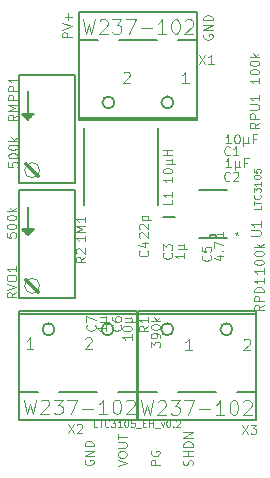
<source format=gto>
G04 #@! TF.GenerationSoftware,KiCad,Pcbnew,5.1.5*
G04 #@! TF.CreationDate,2020-04-17T15:57:54+02:00*
G04 #@! TF.ProjectId,eco_charger_ltc3105,65636f5f-6368-4617-9267-65725f6c7463,rev?*
G04 #@! TF.SameCoordinates,Original*
G04 #@! TF.FileFunction,Legend,Top*
G04 #@! TF.FilePolarity,Positive*
%FSLAX46Y46*%
G04 Gerber Fmt 4.6, Leading zero omitted, Abs format (unit mm)*
G04 Created by KiCad (PCBNEW 5.1.5) date 2020-04-17 15:57:54*
%MOMM*%
%LPD*%
G04 APERTURE LIST*
%ADD10C,0.065024*%
%ADD11C,0.048768*%
%ADD12C,0.127000*%
%ADD13C,0.152400*%
%ADD14C,0.304800*%
%ADD15C,0.050800*%
%ADD16C,0.061772*%
%ADD17C,0.077216*%
%ADD18C,0.120650*%
%ADD19C,0.101600*%
%ADD20C,0.057912*%
%ADD21C,0.036576*%
G04 APERTURE END LIST*
D10*
X144103940Y-123423022D02*
X144067170Y-123496561D01*
X144067170Y-123606869D01*
X144103940Y-123717178D01*
X144177479Y-123790717D01*
X144251018Y-123827486D01*
X144398096Y-123864256D01*
X144508404Y-123864256D01*
X144655482Y-123827486D01*
X144729021Y-123790717D01*
X144802560Y-123717178D01*
X144839330Y-123606869D01*
X144839330Y-123533330D01*
X144802560Y-123423022D01*
X144765791Y-123386252D01*
X144508404Y-123386252D01*
X144508404Y-123533330D01*
X144839330Y-123055326D02*
X144067170Y-123055326D01*
X144839330Y-122614092D01*
X144067170Y-122614092D01*
X144839330Y-122246397D02*
X144067170Y-122246397D01*
X144067170Y-122062549D01*
X144103940Y-121952241D01*
X144177479Y-121878702D01*
X144251018Y-121841932D01*
X144398096Y-121805162D01*
X144508404Y-121805162D01*
X144655482Y-121841932D01*
X144729021Y-121878702D01*
X144802560Y-121952241D01*
X144839330Y-122062549D01*
X144839330Y-122246397D01*
X146867170Y-123937795D02*
X147639330Y-123680408D01*
X146867170Y-123423022D01*
X146867170Y-123018557D02*
X146867170Y-122871479D01*
X146903940Y-122797940D01*
X146977479Y-122724401D01*
X147124557Y-122687631D01*
X147381943Y-122687631D01*
X147529021Y-122724401D01*
X147602560Y-122797940D01*
X147639330Y-122871479D01*
X147639330Y-123018557D01*
X147602560Y-123092096D01*
X147529021Y-123165635D01*
X147381943Y-123202404D01*
X147124557Y-123202404D01*
X146977479Y-123165635D01*
X146903940Y-123092096D01*
X146867170Y-123018557D01*
X146867170Y-122356705D02*
X147492252Y-122356705D01*
X147565791Y-122319936D01*
X147602560Y-122283166D01*
X147639330Y-122209627D01*
X147639330Y-122062549D01*
X147602560Y-121989010D01*
X147565791Y-121952241D01*
X147492252Y-121915471D01*
X146867170Y-121915471D01*
X146867170Y-121658084D02*
X146867170Y-121216850D01*
X147639330Y-121437467D02*
X146867170Y-121437467D01*
X150439330Y-123827486D02*
X149667170Y-123827486D01*
X149667170Y-123533330D01*
X149703940Y-123459791D01*
X149740709Y-123423022D01*
X149814248Y-123386252D01*
X149924557Y-123386252D01*
X149998096Y-123423022D01*
X150034865Y-123459791D01*
X150071635Y-123533330D01*
X150071635Y-123827486D01*
X149703940Y-122650862D02*
X149667170Y-122724401D01*
X149667170Y-122834709D01*
X149703940Y-122945018D01*
X149777479Y-123018557D01*
X149851018Y-123055326D01*
X149998096Y-123092096D01*
X150108404Y-123092096D01*
X150255482Y-123055326D01*
X150329021Y-123018557D01*
X150402560Y-122945018D01*
X150439330Y-122834709D01*
X150439330Y-122761170D01*
X150402560Y-122650862D01*
X150365791Y-122614092D01*
X150108404Y-122614092D01*
X150108404Y-122761170D01*
X153177560Y-123864256D02*
X153214330Y-123753947D01*
X153214330Y-123570100D01*
X153177560Y-123496561D01*
X153140791Y-123459791D01*
X153067252Y-123423022D01*
X152993713Y-123423022D01*
X152920174Y-123459791D01*
X152883404Y-123496561D01*
X152846635Y-123570100D01*
X152809865Y-123717178D01*
X152773096Y-123790717D01*
X152736326Y-123827486D01*
X152662787Y-123864256D01*
X152589248Y-123864256D01*
X152515709Y-123827486D01*
X152478940Y-123790717D01*
X152442170Y-123717178D01*
X152442170Y-123533330D01*
X152478940Y-123423022D01*
X153214330Y-123092096D02*
X152442170Y-123092096D01*
X152809865Y-123092096D02*
X152809865Y-122650862D01*
X153214330Y-122650862D02*
X152442170Y-122650862D01*
X153214330Y-122283166D02*
X152442170Y-122283166D01*
X152442170Y-122099319D01*
X152478940Y-121989010D01*
X152552479Y-121915471D01*
X152626018Y-121878702D01*
X152773096Y-121841932D01*
X152883404Y-121841932D01*
X153030482Y-121878702D01*
X153104021Y-121915471D01*
X153177560Y-121989010D01*
X153214330Y-122099319D01*
X153214330Y-122283166D01*
X153214330Y-121511006D02*
X152442170Y-121511006D01*
X153214330Y-121069772D01*
X152442170Y-121069772D01*
X142965230Y-87627486D02*
X142193070Y-87627486D01*
X142193070Y-87333330D01*
X142229840Y-87259791D01*
X142266609Y-87223022D01*
X142340148Y-87186252D01*
X142450457Y-87186252D01*
X142523996Y-87223022D01*
X142560765Y-87259791D01*
X142597535Y-87333330D01*
X142597535Y-87627486D01*
X142193070Y-86965635D02*
X142965230Y-86708248D01*
X142193070Y-86450862D01*
X142671074Y-86193475D02*
X142671074Y-85605162D01*
X142965230Y-85899319D02*
X142376918Y-85899319D01*
X154167840Y-87373022D02*
X154131070Y-87446561D01*
X154131070Y-87556869D01*
X154167840Y-87667178D01*
X154241379Y-87740717D01*
X154314918Y-87777486D01*
X154461996Y-87814256D01*
X154572304Y-87814256D01*
X154719382Y-87777486D01*
X154792921Y-87740717D01*
X154866460Y-87667178D01*
X154903230Y-87556869D01*
X154903230Y-87483330D01*
X154866460Y-87373022D01*
X154829691Y-87336252D01*
X154572304Y-87336252D01*
X154572304Y-87483330D01*
X154903230Y-87005326D02*
X154131070Y-87005326D01*
X154903230Y-86564092D01*
X154131070Y-86564092D01*
X154903230Y-86196397D02*
X154131070Y-86196397D01*
X154131070Y-86012549D01*
X154167840Y-85902241D01*
X154241379Y-85828702D01*
X154314918Y-85791932D01*
X154461996Y-85755162D01*
X154572304Y-85755162D01*
X154719382Y-85791932D01*
X154792921Y-85828702D01*
X154866460Y-85902241D01*
X154903230Y-86012549D01*
X154903230Y-86196397D01*
D11*
X145154497Y-120605142D02*
X144878726Y-120605142D01*
X144878726Y-120026022D01*
X145264806Y-120026022D02*
X145595732Y-120026022D01*
X145430269Y-120605142D02*
X145430269Y-120026022D01*
X146119697Y-120549988D02*
X146092120Y-120577565D01*
X146009389Y-120605142D01*
X145954235Y-120605142D01*
X145871503Y-120577565D01*
X145816349Y-120522411D01*
X145788772Y-120467257D01*
X145761195Y-120356948D01*
X145761195Y-120274217D01*
X145788772Y-120163908D01*
X145816349Y-120108754D01*
X145871503Y-120053600D01*
X145954235Y-120026022D01*
X146009389Y-120026022D01*
X146092120Y-120053600D01*
X146119697Y-120081177D01*
X146312737Y-120026022D02*
X146671240Y-120026022D01*
X146478200Y-120246640D01*
X146560932Y-120246640D01*
X146616086Y-120274217D01*
X146643663Y-120301794D01*
X146671240Y-120356948D01*
X146671240Y-120494834D01*
X146643663Y-120549988D01*
X146616086Y-120577565D01*
X146560932Y-120605142D01*
X146395469Y-120605142D01*
X146340315Y-120577565D01*
X146312737Y-120549988D01*
X147222783Y-120605142D02*
X146891857Y-120605142D01*
X147057320Y-120605142D02*
X147057320Y-120026022D01*
X147002166Y-120108754D01*
X146947012Y-120163908D01*
X146891857Y-120191485D01*
X147581286Y-120026022D02*
X147636440Y-120026022D01*
X147691595Y-120053600D01*
X147719172Y-120081177D01*
X147746749Y-120136331D01*
X147774326Y-120246640D01*
X147774326Y-120384525D01*
X147746749Y-120494834D01*
X147719172Y-120549988D01*
X147691595Y-120577565D01*
X147636440Y-120605142D01*
X147581286Y-120605142D01*
X147526132Y-120577565D01*
X147498555Y-120549988D01*
X147470977Y-120494834D01*
X147443400Y-120384525D01*
X147443400Y-120246640D01*
X147470977Y-120136331D01*
X147498555Y-120081177D01*
X147526132Y-120053600D01*
X147581286Y-120026022D01*
X148298292Y-120026022D02*
X148022520Y-120026022D01*
X147994943Y-120301794D01*
X148022520Y-120274217D01*
X148077675Y-120246640D01*
X148215560Y-120246640D01*
X148270715Y-120274217D01*
X148298292Y-120301794D01*
X148325869Y-120356948D01*
X148325869Y-120494834D01*
X148298292Y-120549988D01*
X148270715Y-120577565D01*
X148215560Y-120605142D01*
X148077675Y-120605142D01*
X148022520Y-120577565D01*
X147994943Y-120549988D01*
X148436177Y-120660297D02*
X148877412Y-120660297D01*
X149015297Y-120301794D02*
X149208337Y-120301794D01*
X149291069Y-120605142D02*
X149015297Y-120605142D01*
X149015297Y-120026022D01*
X149291069Y-120026022D01*
X149539263Y-120605142D02*
X149539263Y-120026022D01*
X149539263Y-120301794D02*
X149870189Y-120301794D01*
X149870189Y-120605142D02*
X149870189Y-120026022D01*
X150008075Y-120660297D02*
X150449309Y-120660297D01*
X150532040Y-120219062D02*
X150669926Y-120605142D01*
X150807812Y-120219062D01*
X151138737Y-120026022D02*
X151193892Y-120026022D01*
X151249046Y-120053600D01*
X151276623Y-120081177D01*
X151304200Y-120136331D01*
X151331777Y-120246640D01*
X151331777Y-120384525D01*
X151304200Y-120494834D01*
X151276623Y-120549988D01*
X151249046Y-120577565D01*
X151193892Y-120605142D01*
X151138737Y-120605142D01*
X151083583Y-120577565D01*
X151056006Y-120549988D01*
X151028429Y-120494834D01*
X151000852Y-120384525D01*
X151000852Y-120246640D01*
X151028429Y-120136331D01*
X151056006Y-120081177D01*
X151083583Y-120053600D01*
X151138737Y-120026022D01*
X151579972Y-120549988D02*
X151607549Y-120577565D01*
X151579972Y-120605142D01*
X151552395Y-120577565D01*
X151579972Y-120549988D01*
X151579972Y-120605142D01*
X151828166Y-120081177D02*
X151855743Y-120053600D01*
X151910897Y-120026022D01*
X152048783Y-120026022D01*
X152103937Y-120053600D01*
X152131515Y-120081177D01*
X152159092Y-120136331D01*
X152159092Y-120191485D01*
X152131515Y-120274217D01*
X151800589Y-120605142D01*
X152159092Y-120605142D01*
D12*
X144051100Y-101802000D02*
X144051100Y-95302000D01*
X150251100Y-101802000D02*
X150251100Y-95302000D01*
D13*
X146521800Y-112344200D02*
G75*
G03X146521800Y-112344200I-508000J0D01*
G01*
X141518000Y-112344200D02*
G75*
G03X141518000Y-112344200I-508000J0D01*
G01*
X148503000Y-111023000D02*
X148503000Y-117627000D01*
X138521000Y-111023000D02*
X138521000Y-110820000D01*
X138521000Y-111023000D02*
X148503000Y-111023000D01*
X148503000Y-117627000D02*
X148503000Y-120015000D01*
X138521000Y-117627000D02*
X138521000Y-111023000D01*
X146903000Y-117627000D02*
X148503000Y-117627000D01*
X141899000Y-117627000D02*
X145125000Y-117627000D01*
X138521000Y-117627000D02*
X140121000Y-117627000D01*
X138521000Y-120015000D02*
X138521000Y-117627000D01*
X148503000Y-110820000D02*
X138521000Y-110820000D01*
X148503000Y-110820000D02*
X148503000Y-111023000D01*
X138521000Y-120015000D02*
X148503000Y-120015000D01*
X146594200Y-93141800D02*
G75*
G03X146594200Y-93141800I-508000J0D01*
G01*
X151598000Y-93141800D02*
G75*
G03X151598000Y-93141800I-508000J0D01*
G01*
X143597000Y-94463000D02*
X143597000Y-87859000D01*
X153579000Y-94463000D02*
X153579000Y-94666000D01*
X153579000Y-94463000D02*
X143597000Y-94463000D01*
X143597000Y-87859000D02*
X143597000Y-85471000D01*
X153579000Y-87859000D02*
X153579000Y-94463000D01*
X145197000Y-87859000D02*
X143597000Y-87859000D01*
X150201000Y-87859000D02*
X146975000Y-87859000D01*
X153579000Y-87859000D02*
X151979000Y-87859000D01*
X153579000Y-85471000D02*
X153579000Y-87859000D01*
X143597000Y-94666000D02*
X153579000Y-94666000D01*
X143597000Y-94666000D02*
X143597000Y-94463000D01*
X153579000Y-85471000D02*
X143597000Y-85471000D01*
X156585900Y-112344200D02*
G75*
G03X156585900Y-112344200I-508000J0D01*
G01*
X151582100Y-112344200D02*
G75*
G03X151582100Y-112344200I-508000J0D01*
G01*
X158567100Y-111023000D02*
X158567100Y-117627000D01*
X148585100Y-111023000D02*
X148585100Y-110820000D01*
X148585100Y-111023000D02*
X158567100Y-111023000D01*
X158567100Y-117627000D02*
X158567100Y-120015000D01*
X148585100Y-117627000D02*
X148585100Y-111023000D01*
X156967100Y-117627000D02*
X158567100Y-117627000D01*
X151963100Y-117627000D02*
X155189100Y-117627000D01*
X148585100Y-117627000D02*
X150185100Y-117627000D01*
X148585100Y-120015000D02*
X148585100Y-117627000D01*
X158567100Y-110820000D02*
X148585100Y-110820000D01*
X158567100Y-110820000D02*
X158567100Y-111023000D01*
X148585100Y-120015000D02*
X158567100Y-120015000D01*
X138557000Y-90805000D02*
X138557000Y-99949000D01*
X143256000Y-99949000D02*
X138557000Y-99949000D01*
X143256000Y-99949000D02*
X143256000Y-90805000D01*
X138557000Y-90805000D02*
X143256000Y-90805000D01*
D14*
X140135000Y-99387000D02*
X139119000Y-98371000D01*
D13*
X139250000Y-94592000D02*
X139250000Y-94211000D01*
X139250000Y-94592000D02*
X139123000Y-94465000D01*
X139250000Y-94592000D02*
X139377000Y-94465000D01*
X138996000Y-94338000D02*
X139504000Y-94338000D01*
X138996000Y-94338000D02*
X138869000Y-94211000D01*
X139504000Y-94338000D02*
X139631000Y-94211000D01*
X139123000Y-94465000D02*
X139377000Y-94465000D01*
X139123000Y-94465000D02*
X138996000Y-94338000D01*
X139377000Y-94465000D02*
X139504000Y-94338000D01*
X139250000Y-94211000D02*
X139631000Y-94211000D01*
X138869000Y-94211000D02*
X139250000Y-94211000D01*
X138742000Y-94084000D02*
X138869000Y-94211000D01*
X139631000Y-94211000D02*
X139758000Y-94084000D01*
X139758000Y-94084000D02*
X138742000Y-94084000D01*
X139250000Y-92179000D02*
X139250000Y-94211000D01*
D15*
X140262000Y-98879000D02*
G75*
G03X140262000Y-98879000I-635000J0D01*
G01*
X140262000Y-108658000D02*
G75*
G03X140262000Y-108658000I-635000J0D01*
G01*
D13*
X139250000Y-101958000D02*
X139250000Y-103990000D01*
X139758000Y-103863000D02*
X138742000Y-103863000D01*
X139631000Y-103990000D02*
X139758000Y-103863000D01*
X138742000Y-103863000D02*
X138869000Y-103990000D01*
X138869000Y-103990000D02*
X139250000Y-103990000D01*
X139250000Y-103990000D02*
X139631000Y-103990000D01*
X139377000Y-104244000D02*
X139504000Y-104117000D01*
X139123000Y-104244000D02*
X138996000Y-104117000D01*
X139123000Y-104244000D02*
X139377000Y-104244000D01*
X139504000Y-104117000D02*
X139631000Y-103990000D01*
X138996000Y-104117000D02*
X138869000Y-103990000D01*
X138996000Y-104117000D02*
X139504000Y-104117000D01*
X139250000Y-104371000D02*
X139377000Y-104244000D01*
X139250000Y-104371000D02*
X139123000Y-104244000D01*
X139250000Y-104371000D02*
X139250000Y-103990000D01*
D14*
X140135000Y-109166000D02*
X139119000Y-108150000D01*
D13*
X138557000Y-100584000D02*
X143256000Y-100584000D01*
X143256000Y-109728000D02*
X143256000Y-100584000D01*
X143256000Y-109728000D02*
X138557000Y-109728000D01*
X138557000Y-100584000D02*
X138557000Y-109728000D01*
X155255900Y-104610600D02*
G75*
G03X154646300Y-104610600I-304800J0D01*
G01*
X155255900Y-104610600D02*
X156170300Y-104610600D01*
X154646300Y-104610600D02*
X155255900Y-104610600D01*
X153731900Y-104610600D02*
X154646300Y-104610600D01*
X156170300Y-100546600D02*
X153731900Y-100546600D01*
X151750700Y-102832600D02*
X150734700Y-102832600D01*
D16*
X151474230Y-101389305D02*
X151474230Y-101757000D01*
X150702070Y-101757000D01*
X151474230Y-100727453D02*
X151474230Y-101168688D01*
X151474230Y-100948071D02*
X150702070Y-100948071D01*
X150812379Y-101021610D01*
X150885918Y-101095149D01*
X150922687Y-101168688D01*
X151474230Y-99447535D02*
X151474230Y-99888770D01*
X151474230Y-99668152D02*
X150702070Y-99668152D01*
X150812379Y-99741692D01*
X150885918Y-99815231D01*
X150922687Y-99888770D01*
X150702070Y-98969532D02*
X150702070Y-98895992D01*
X150738840Y-98822453D01*
X150775609Y-98785684D01*
X150849148Y-98748914D01*
X150996226Y-98712145D01*
X151180074Y-98712145D01*
X151327152Y-98748914D01*
X151400691Y-98785684D01*
X151437460Y-98822453D01*
X151474230Y-98895992D01*
X151474230Y-98969532D01*
X151437460Y-99043071D01*
X151400691Y-99079840D01*
X151327152Y-99116610D01*
X151180074Y-99153379D01*
X150996226Y-99153379D01*
X150849148Y-99116610D01*
X150775609Y-99079840D01*
X150738840Y-99043071D01*
X150702070Y-98969532D01*
X150959457Y-98381219D02*
X151731617Y-98381219D01*
X151363921Y-98013524D02*
X151437460Y-97976754D01*
X151474230Y-97903215D01*
X151363921Y-98381219D02*
X151437460Y-98344450D01*
X151474230Y-98270911D01*
X151474230Y-98123832D01*
X151437460Y-98050293D01*
X151363921Y-98013524D01*
X150959457Y-98013524D01*
X151474230Y-97572290D02*
X150702070Y-97572290D01*
X151069765Y-97572290D02*
X151069765Y-97131055D01*
X151474230Y-97131055D02*
X150702070Y-97131055D01*
D17*
X142654498Y-120359230D02*
X143169272Y-121131390D01*
X143169272Y-120359230D02*
X142654498Y-121131390D01*
X143426658Y-120432769D02*
X143463428Y-120396000D01*
X143536967Y-120359230D01*
X143720815Y-120359230D01*
X143794354Y-120396000D01*
X143831123Y-120432769D01*
X143867893Y-120506308D01*
X143867893Y-120579847D01*
X143831123Y-120690156D01*
X143389889Y-121131390D01*
X143867893Y-121131390D01*
D18*
X138934779Y-118306547D02*
X139222041Y-119513047D01*
X139451851Y-118651261D01*
X139681660Y-119513047D01*
X139968922Y-118306547D01*
X140371089Y-118421452D02*
X140428541Y-118364000D01*
X140543446Y-118306547D01*
X140830708Y-118306547D01*
X140945612Y-118364000D01*
X141003065Y-118421452D01*
X141060517Y-118536357D01*
X141060517Y-118651261D01*
X141003065Y-118823619D01*
X140313636Y-119513047D01*
X141060517Y-119513047D01*
X141462684Y-118306547D02*
X142209565Y-118306547D01*
X141807398Y-118766166D01*
X141979755Y-118766166D01*
X142094660Y-118823619D01*
X142152112Y-118881071D01*
X142209565Y-118995976D01*
X142209565Y-119283238D01*
X142152112Y-119398142D01*
X142094660Y-119455595D01*
X141979755Y-119513047D01*
X141635041Y-119513047D01*
X141520136Y-119455595D01*
X141462684Y-119398142D01*
X142611732Y-118306547D02*
X143416065Y-118306547D01*
X142898993Y-119513047D01*
X143875684Y-119053428D02*
X144794922Y-119053428D01*
X146001422Y-119513047D02*
X145311993Y-119513047D01*
X145656708Y-119513047D02*
X145656708Y-118306547D01*
X145541803Y-118478904D01*
X145426898Y-118593809D01*
X145311993Y-118651261D01*
X146748303Y-118306547D02*
X146863208Y-118306547D01*
X146978112Y-118364000D01*
X147035565Y-118421452D01*
X147093017Y-118536357D01*
X147150470Y-118766166D01*
X147150470Y-119053428D01*
X147093017Y-119283238D01*
X147035565Y-119398142D01*
X146978112Y-119455595D01*
X146863208Y-119513047D01*
X146748303Y-119513047D01*
X146633398Y-119455595D01*
X146575946Y-119398142D01*
X146518493Y-119283238D01*
X146461041Y-119053428D01*
X146461041Y-118766166D01*
X146518493Y-118536357D01*
X146575946Y-118421452D01*
X146633398Y-118364000D01*
X146748303Y-118306547D01*
X147610089Y-118421452D02*
X147667541Y-118364000D01*
X147782446Y-118306547D01*
X148069708Y-118306547D01*
X148184612Y-118364000D01*
X148242065Y-118421452D01*
X148299517Y-118536357D01*
X148299517Y-118651261D01*
X148242065Y-118823619D01*
X147552636Y-119513047D01*
X148299517Y-119513047D01*
D19*
X144145569Y-113126761D02*
X144191531Y-113080800D01*
X144283455Y-113034838D01*
X144513264Y-113034838D01*
X144605188Y-113080800D01*
X144651150Y-113126761D01*
X144697112Y-113218685D01*
X144697112Y-113310609D01*
X144651150Y-113448495D01*
X144099607Y-114000038D01*
X144697112Y-114000038D01*
X139744112Y-114000038D02*
X139192569Y-114000038D01*
X139468340Y-114000038D02*
X139468340Y-113034838D01*
X139376417Y-113172723D01*
X139284493Y-113264647D01*
X139192569Y-113310609D01*
D17*
X153783337Y-89107070D02*
X154298110Y-89879230D01*
X154298110Y-89107070D02*
X153783337Y-89879230D01*
X154996731Y-89879230D02*
X154555497Y-89879230D01*
X154776114Y-89879230D02*
X154776114Y-89107070D01*
X154702575Y-89217379D01*
X154629036Y-89290918D01*
X154555497Y-89327687D01*
D18*
X143901129Y-86112047D02*
X144188391Y-87318547D01*
X144418201Y-86456761D01*
X144648010Y-87318547D01*
X144935272Y-86112047D01*
X145337439Y-86226952D02*
X145394891Y-86169500D01*
X145509796Y-86112047D01*
X145797058Y-86112047D01*
X145911963Y-86169500D01*
X145969415Y-86226952D01*
X146026867Y-86341857D01*
X146026867Y-86456761D01*
X145969415Y-86629119D01*
X145279987Y-87318547D01*
X146026867Y-87318547D01*
X146429034Y-86112047D02*
X147175915Y-86112047D01*
X146773748Y-86571666D01*
X146946106Y-86571666D01*
X147061010Y-86629119D01*
X147118463Y-86686571D01*
X147175915Y-86801476D01*
X147175915Y-87088738D01*
X147118463Y-87203642D01*
X147061010Y-87261095D01*
X146946106Y-87318547D01*
X146601391Y-87318547D01*
X146486487Y-87261095D01*
X146429034Y-87203642D01*
X147578082Y-86112047D02*
X148382415Y-86112047D01*
X147865344Y-87318547D01*
X148842034Y-86858928D02*
X149761272Y-86858928D01*
X150967772Y-87318547D02*
X150278344Y-87318547D01*
X150623058Y-87318547D02*
X150623058Y-86112047D01*
X150508153Y-86284404D01*
X150393248Y-86399309D01*
X150278344Y-86456761D01*
X151714653Y-86112047D02*
X151829558Y-86112047D01*
X151944463Y-86169500D01*
X152001915Y-86226952D01*
X152059367Y-86341857D01*
X152116820Y-86571666D01*
X152116820Y-86858928D01*
X152059367Y-87088738D01*
X152001915Y-87203642D01*
X151944463Y-87261095D01*
X151829558Y-87318547D01*
X151714653Y-87318547D01*
X151599748Y-87261095D01*
X151542296Y-87203642D01*
X151484844Y-87088738D01*
X151427391Y-86858928D01*
X151427391Y-86571666D01*
X151484844Y-86341857D01*
X151542296Y-86226952D01*
X151599748Y-86169500D01*
X151714653Y-86112047D01*
X152576439Y-86226952D02*
X152633891Y-86169500D01*
X152748796Y-86112047D01*
X153036058Y-86112047D01*
X153150963Y-86169500D01*
X153208415Y-86226952D01*
X153265867Y-86341857D01*
X153265867Y-86456761D01*
X153208415Y-86629119D01*
X152518987Y-87318547D01*
X153265867Y-87318547D01*
D19*
X147367569Y-90647761D02*
X147413531Y-90601800D01*
X147505455Y-90555838D01*
X147735264Y-90555838D01*
X147827188Y-90601800D01*
X147873150Y-90647761D01*
X147919112Y-90739685D01*
X147919112Y-90831609D01*
X147873150Y-90969495D01*
X147321607Y-91521038D01*
X147919112Y-91521038D01*
X152872112Y-91521038D02*
X152320569Y-91521038D01*
X152596340Y-91521038D02*
X152596340Y-90555838D01*
X152504417Y-90693723D01*
X152412493Y-90785647D01*
X152320569Y-90831609D01*
D17*
X157386498Y-120440470D02*
X157901272Y-121212630D01*
X157901272Y-120440470D02*
X157386498Y-121212630D01*
X158121889Y-120440470D02*
X158599893Y-120440470D01*
X158342506Y-120734626D01*
X158452815Y-120734626D01*
X158526354Y-120771396D01*
X158563123Y-120808165D01*
X158599893Y-120881704D01*
X158599893Y-121065552D01*
X158563123Y-121139091D01*
X158526354Y-121175860D01*
X158452815Y-121212630D01*
X158232198Y-121212630D01*
X158158658Y-121175860D01*
X158121889Y-121139091D01*
D18*
X148840779Y-118370047D02*
X149128041Y-119576547D01*
X149357851Y-118714761D01*
X149587660Y-119576547D01*
X149874922Y-118370047D01*
X150277089Y-118484952D02*
X150334541Y-118427500D01*
X150449446Y-118370047D01*
X150736708Y-118370047D01*
X150851612Y-118427500D01*
X150909065Y-118484952D01*
X150966517Y-118599857D01*
X150966517Y-118714761D01*
X150909065Y-118887119D01*
X150219636Y-119576547D01*
X150966517Y-119576547D01*
X151368684Y-118370047D02*
X152115565Y-118370047D01*
X151713398Y-118829666D01*
X151885755Y-118829666D01*
X152000660Y-118887119D01*
X152058112Y-118944571D01*
X152115565Y-119059476D01*
X152115565Y-119346738D01*
X152058112Y-119461642D01*
X152000660Y-119519095D01*
X151885755Y-119576547D01*
X151541041Y-119576547D01*
X151426136Y-119519095D01*
X151368684Y-119461642D01*
X152517732Y-118370047D02*
X153322065Y-118370047D01*
X152804993Y-119576547D01*
X153781684Y-119116928D02*
X154700922Y-119116928D01*
X155907422Y-119576547D02*
X155217993Y-119576547D01*
X155562708Y-119576547D02*
X155562708Y-118370047D01*
X155447803Y-118542404D01*
X155332898Y-118657309D01*
X155217993Y-118714761D01*
X156654303Y-118370047D02*
X156769208Y-118370047D01*
X156884112Y-118427500D01*
X156941565Y-118484952D01*
X156999017Y-118599857D01*
X157056470Y-118829666D01*
X157056470Y-119116928D01*
X156999017Y-119346738D01*
X156941565Y-119461642D01*
X156884112Y-119519095D01*
X156769208Y-119576547D01*
X156654303Y-119576547D01*
X156539398Y-119519095D01*
X156481946Y-119461642D01*
X156424493Y-119346738D01*
X156367041Y-119116928D01*
X156367041Y-118829666D01*
X156424493Y-118599857D01*
X156481946Y-118484952D01*
X156539398Y-118427500D01*
X156654303Y-118370047D01*
X157516089Y-118484952D02*
X157573541Y-118427500D01*
X157688446Y-118370047D01*
X157975708Y-118370047D01*
X158090612Y-118427500D01*
X158148065Y-118484952D01*
X158205517Y-118599857D01*
X158205517Y-118714761D01*
X158148065Y-118887119D01*
X157458636Y-119576547D01*
X158205517Y-119576547D01*
D19*
X157546987Y-113253761D02*
X157592949Y-113207800D01*
X157684873Y-113161838D01*
X157914682Y-113161838D01*
X158006606Y-113207800D01*
X158052568Y-113253761D01*
X158098530Y-113345685D01*
X158098530Y-113437609D01*
X158052568Y-113575495D01*
X157501025Y-114127038D01*
X158098530Y-114127038D01*
X153145530Y-114127038D02*
X152593987Y-114127038D01*
X152869759Y-114127038D02*
X152869759Y-113161838D01*
X152777835Y-113299723D01*
X152685911Y-113391647D01*
X152593987Y-113437609D01*
D17*
X138393230Y-94164447D02*
X138025535Y-94421834D01*
X138393230Y-94605681D02*
X137621070Y-94605681D01*
X137621070Y-94311525D01*
X137657840Y-94237986D01*
X137694609Y-94201217D01*
X137768148Y-94164447D01*
X137878457Y-94164447D01*
X137951996Y-94201217D01*
X137988765Y-94237986D01*
X138025535Y-94311525D01*
X138025535Y-94605681D01*
X138393230Y-93833521D02*
X137621070Y-93833521D01*
X138172613Y-93576135D01*
X137621070Y-93318748D01*
X138393230Y-93318748D01*
X138393230Y-92951053D02*
X137621070Y-92951053D01*
X137621070Y-92656897D01*
X137657840Y-92583358D01*
X137694609Y-92546588D01*
X137768148Y-92509818D01*
X137878457Y-92509818D01*
X137951996Y-92546588D01*
X137988765Y-92583358D01*
X138025535Y-92656897D01*
X138025535Y-92951053D01*
X138393230Y-92178893D02*
X137621070Y-92178893D01*
X137621070Y-91884737D01*
X137657840Y-91811198D01*
X137694609Y-91774428D01*
X137768148Y-91737658D01*
X137878457Y-91737658D01*
X137951996Y-91774428D01*
X137988765Y-91811198D01*
X138025535Y-91884737D01*
X138025535Y-92178893D01*
X138393230Y-91002268D02*
X138393230Y-91443502D01*
X138393230Y-91222885D02*
X137621070Y-91222885D01*
X137731379Y-91296424D01*
X137804918Y-91369963D01*
X137841687Y-91443502D01*
X137621070Y-98214900D02*
X137621070Y-98582596D01*
X137988765Y-98619365D01*
X137951996Y-98582596D01*
X137915226Y-98509057D01*
X137915226Y-98325209D01*
X137951996Y-98251670D01*
X137988765Y-98214900D01*
X138062304Y-98178131D01*
X138246152Y-98178131D01*
X138319691Y-98214900D01*
X138356460Y-98251670D01*
X138393230Y-98325209D01*
X138393230Y-98509057D01*
X138356460Y-98582596D01*
X138319691Y-98619365D01*
X137621070Y-97700127D02*
X137621070Y-97626588D01*
X137657840Y-97553049D01*
X137694609Y-97516279D01*
X137768148Y-97479510D01*
X137915226Y-97442740D01*
X138099074Y-97442740D01*
X138246152Y-97479510D01*
X138319691Y-97516279D01*
X138356460Y-97553049D01*
X138393230Y-97626588D01*
X138393230Y-97700127D01*
X138356460Y-97773666D01*
X138319691Y-97810436D01*
X138246152Y-97847205D01*
X138099074Y-97883975D01*
X137915226Y-97883975D01*
X137768148Y-97847205D01*
X137694609Y-97810436D01*
X137657840Y-97773666D01*
X137621070Y-97700127D01*
X137621070Y-96964737D02*
X137621070Y-96891198D01*
X137657840Y-96817658D01*
X137694609Y-96780889D01*
X137768148Y-96744119D01*
X137915226Y-96707350D01*
X138099074Y-96707350D01*
X138246152Y-96744119D01*
X138319691Y-96780889D01*
X138356460Y-96817658D01*
X138393230Y-96891198D01*
X138393230Y-96964737D01*
X138356460Y-97038276D01*
X138319691Y-97075045D01*
X138246152Y-97111815D01*
X138099074Y-97148584D01*
X137915226Y-97148584D01*
X137768148Y-97111815D01*
X137694609Y-97075045D01*
X137657840Y-97038276D01*
X137621070Y-96964737D01*
X138393230Y-96376424D02*
X137621070Y-96376424D01*
X138099074Y-96302885D02*
X138393230Y-96082268D01*
X137878457Y-96082268D02*
X138172613Y-96376424D01*
X138266230Y-109210439D02*
X137898535Y-109467826D01*
X138266230Y-109651674D02*
X137494070Y-109651674D01*
X137494070Y-109357518D01*
X137530840Y-109283978D01*
X137567609Y-109247209D01*
X137641148Y-109210439D01*
X137751457Y-109210439D01*
X137824996Y-109247209D01*
X137861765Y-109283978D01*
X137898535Y-109357518D01*
X137898535Y-109651674D01*
X137494070Y-108989822D02*
X138266230Y-108732436D01*
X137494070Y-108475049D01*
X137494070Y-108070584D02*
X137494070Y-107923506D01*
X137530840Y-107849967D01*
X137604379Y-107776428D01*
X137751457Y-107739658D01*
X138008843Y-107739658D01*
X138155921Y-107776428D01*
X138229460Y-107849967D01*
X138266230Y-107923506D01*
X138266230Y-108070584D01*
X138229460Y-108144123D01*
X138155921Y-108217662D01*
X138008843Y-108254432D01*
X137751457Y-108254432D01*
X137604379Y-108217662D01*
X137530840Y-108144123D01*
X137494070Y-108070584D01*
X138266230Y-107004268D02*
X138266230Y-107445502D01*
X138266230Y-107224885D02*
X137494070Y-107224885D01*
X137604379Y-107298424D01*
X137677918Y-107371963D01*
X137714687Y-107445502D01*
X137494070Y-104183900D02*
X137494070Y-104551596D01*
X137861765Y-104588365D01*
X137824996Y-104551596D01*
X137788226Y-104478057D01*
X137788226Y-104294209D01*
X137824996Y-104220670D01*
X137861765Y-104183900D01*
X137935304Y-104147131D01*
X138119152Y-104147131D01*
X138192691Y-104183900D01*
X138229460Y-104220670D01*
X138266230Y-104294209D01*
X138266230Y-104478057D01*
X138229460Y-104551596D01*
X138192691Y-104588365D01*
X137494070Y-103669127D02*
X137494070Y-103595588D01*
X137530840Y-103522049D01*
X137567609Y-103485279D01*
X137641148Y-103448510D01*
X137788226Y-103411740D01*
X137972074Y-103411740D01*
X138119152Y-103448510D01*
X138192691Y-103485279D01*
X138229460Y-103522049D01*
X138266230Y-103595588D01*
X138266230Y-103669127D01*
X138229460Y-103742666D01*
X138192691Y-103779436D01*
X138119152Y-103816205D01*
X137972074Y-103852975D01*
X137788226Y-103852975D01*
X137641148Y-103816205D01*
X137567609Y-103779436D01*
X137530840Y-103742666D01*
X137494070Y-103669127D01*
X137494070Y-102933737D02*
X137494070Y-102860198D01*
X137530840Y-102786658D01*
X137567609Y-102749889D01*
X137641148Y-102713119D01*
X137788226Y-102676350D01*
X137972074Y-102676350D01*
X138119152Y-102713119D01*
X138192691Y-102749889D01*
X138229460Y-102786658D01*
X138266230Y-102860198D01*
X138266230Y-102933737D01*
X138229460Y-103007276D01*
X138192691Y-103044045D01*
X138119152Y-103080815D01*
X137972074Y-103117584D01*
X137788226Y-103117584D01*
X137641148Y-103080815D01*
X137567609Y-103044045D01*
X137530840Y-103007276D01*
X137494070Y-102933737D01*
X138266230Y-102345424D02*
X137494070Y-102345424D01*
X137972074Y-102271885D02*
X138266230Y-102051268D01*
X137751457Y-102051268D02*
X138045613Y-102345424D01*
D16*
X156367233Y-97552691D02*
X156330464Y-97589460D01*
X156220155Y-97626230D01*
X156146616Y-97626230D01*
X156036307Y-97589460D01*
X155962768Y-97515921D01*
X155925999Y-97442382D01*
X155889229Y-97295304D01*
X155889229Y-97184996D01*
X155925999Y-97037918D01*
X155962768Y-96964379D01*
X156036307Y-96890840D01*
X156146616Y-96854070D01*
X156220155Y-96854070D01*
X156330464Y-96890840D01*
X156367233Y-96927609D01*
X157102624Y-97626230D02*
X156661389Y-97626230D01*
X156882007Y-97626230D02*
X156882007Y-96854070D01*
X156808467Y-96964379D01*
X156734928Y-97037918D01*
X156661389Y-97074687D01*
X156457464Y-96610230D02*
X156016229Y-96610230D01*
X156236847Y-96610230D02*
X156236847Y-95838070D01*
X156163307Y-95948379D01*
X156089768Y-96021918D01*
X156016229Y-96058687D01*
X156935467Y-95838070D02*
X157009007Y-95838070D01*
X157082546Y-95874840D01*
X157119315Y-95911609D01*
X157156085Y-95985148D01*
X157192854Y-96132226D01*
X157192854Y-96316074D01*
X157156085Y-96463152D01*
X157119315Y-96536691D01*
X157082546Y-96573460D01*
X157009007Y-96610230D01*
X156935467Y-96610230D01*
X156861928Y-96573460D01*
X156825159Y-96536691D01*
X156788389Y-96463152D01*
X156751620Y-96316074D01*
X156751620Y-96132226D01*
X156788389Y-95985148D01*
X156825159Y-95911609D01*
X156861928Y-95874840D01*
X156935467Y-95838070D01*
X157523780Y-96095457D02*
X157523780Y-96867617D01*
X157891475Y-96499921D02*
X157928245Y-96573460D01*
X158001784Y-96610230D01*
X157523780Y-96499921D02*
X157560549Y-96573460D01*
X157634088Y-96610230D01*
X157781167Y-96610230D01*
X157854706Y-96573460D01*
X157891475Y-96499921D01*
X157891475Y-96095457D01*
X158590096Y-96205765D02*
X158332709Y-96205765D01*
X158332709Y-96610230D02*
X158332709Y-95838070D01*
X158700405Y-95838070D01*
X149368691Y-105697620D02*
X149405460Y-105734389D01*
X149442230Y-105844698D01*
X149442230Y-105918237D01*
X149405460Y-106028546D01*
X149331921Y-106102085D01*
X149258382Y-106138854D01*
X149111304Y-106175624D01*
X149000996Y-106175624D01*
X148853918Y-106138854D01*
X148780379Y-106102085D01*
X148706840Y-106028546D01*
X148670070Y-105918237D01*
X148670070Y-105844698D01*
X148706840Y-105734389D01*
X148743609Y-105697620D01*
X148927457Y-105035768D02*
X149442230Y-105035768D01*
X148633300Y-105219616D02*
X149184843Y-105403464D01*
X149184843Y-104925460D01*
X148743609Y-104587770D02*
X148706840Y-104551000D01*
X148670070Y-104477461D01*
X148670070Y-104293613D01*
X148706840Y-104220074D01*
X148743609Y-104183305D01*
X148817148Y-104146535D01*
X148890687Y-104146535D01*
X149000996Y-104183305D01*
X149442230Y-104624539D01*
X149442230Y-104146535D01*
X148743609Y-103852379D02*
X148706840Y-103815610D01*
X148670070Y-103742071D01*
X148670070Y-103558223D01*
X148706840Y-103484684D01*
X148743609Y-103447914D01*
X148817148Y-103411145D01*
X148890687Y-103411145D01*
X149000996Y-103447914D01*
X149442230Y-103889149D01*
X149442230Y-103411145D01*
X148927457Y-103080219D02*
X149699617Y-103080219D01*
X148964226Y-103080219D02*
X148927457Y-103006680D01*
X148927457Y-102859602D01*
X148964226Y-102786063D01*
X149000996Y-102749293D01*
X149074535Y-102712524D01*
X149295152Y-102712524D01*
X149368691Y-102749293D01*
X149405460Y-102786063D01*
X149442230Y-102859602D01*
X149442230Y-103006680D01*
X149405460Y-103080219D01*
X151400691Y-105887766D02*
X151437460Y-105924535D01*
X151474230Y-106034844D01*
X151474230Y-106108383D01*
X151437460Y-106218692D01*
X151363921Y-106292231D01*
X151290382Y-106329000D01*
X151143304Y-106365770D01*
X151032996Y-106365770D01*
X150885918Y-106329000D01*
X150812379Y-106292231D01*
X150738840Y-106218692D01*
X150702070Y-106108383D01*
X150702070Y-106034844D01*
X150738840Y-105924535D01*
X150775609Y-105887766D01*
X150702070Y-105630379D02*
X150702070Y-105152375D01*
X150996226Y-105409762D01*
X150996226Y-105299453D01*
X151032996Y-105225914D01*
X151069765Y-105189145D01*
X151143304Y-105152375D01*
X151327152Y-105152375D01*
X151400691Y-105189145D01*
X151437460Y-105225914D01*
X151474230Y-105299453D01*
X151474230Y-105520071D01*
X151437460Y-105593610D01*
X151400691Y-105630379D01*
X152500390Y-105898159D02*
X152500390Y-106339393D01*
X152500390Y-106118776D02*
X151728230Y-106118776D01*
X151838539Y-106192315D01*
X151912078Y-106265854D01*
X151948847Y-106339393D01*
X151985617Y-105567233D02*
X152757777Y-105567233D01*
X152390081Y-105199538D02*
X152463620Y-105162768D01*
X152500390Y-105089229D01*
X152390081Y-105567233D02*
X152463620Y-105530464D01*
X152500390Y-105456925D01*
X152500390Y-105309847D01*
X152463620Y-105236307D01*
X152390081Y-105199538D01*
X151985617Y-105199538D01*
X149442230Y-112047620D02*
X149074535Y-112305007D01*
X149442230Y-112488854D02*
X148670070Y-112488854D01*
X148670070Y-112194698D01*
X148706840Y-112121159D01*
X148743609Y-112084389D01*
X148817148Y-112047620D01*
X148927457Y-112047620D01*
X149000996Y-112084389D01*
X149037765Y-112121159D01*
X149074535Y-112194698D01*
X149074535Y-112488854D01*
X149442230Y-111312229D02*
X149442230Y-111753464D01*
X149442230Y-111532847D02*
X148670070Y-111532847D01*
X148780379Y-111606386D01*
X148853918Y-111679925D01*
X148890687Y-111753464D01*
X149686070Y-113886096D02*
X149686070Y-113408092D01*
X149980226Y-113665479D01*
X149980226Y-113555170D01*
X150016996Y-113481631D01*
X150053765Y-113444862D01*
X150127304Y-113408092D01*
X150311152Y-113408092D01*
X150384691Y-113444862D01*
X150421460Y-113481631D01*
X150458230Y-113555170D01*
X150458230Y-113775787D01*
X150421460Y-113849327D01*
X150384691Y-113886096D01*
X150458230Y-113040397D02*
X150458230Y-112893319D01*
X150421460Y-112819780D01*
X150384691Y-112783010D01*
X150274382Y-112709471D01*
X150127304Y-112672702D01*
X149833148Y-112672702D01*
X149759609Y-112709471D01*
X149722840Y-112746241D01*
X149686070Y-112819780D01*
X149686070Y-112966858D01*
X149722840Y-113040397D01*
X149759609Y-113077167D01*
X149833148Y-113113936D01*
X150016996Y-113113936D01*
X150090535Y-113077167D01*
X150127304Y-113040397D01*
X150164074Y-112966858D01*
X150164074Y-112819780D01*
X150127304Y-112746241D01*
X150090535Y-112709471D01*
X150016996Y-112672702D01*
X149686070Y-112194698D02*
X149686070Y-112121159D01*
X149722840Y-112047620D01*
X149759609Y-112010850D01*
X149833148Y-111974081D01*
X149980226Y-111937311D01*
X150164074Y-111937311D01*
X150311152Y-111974081D01*
X150384691Y-112010850D01*
X150421460Y-112047620D01*
X150458230Y-112121159D01*
X150458230Y-112194698D01*
X150421460Y-112268237D01*
X150384691Y-112305007D01*
X150311152Y-112341776D01*
X150164074Y-112378546D01*
X149980226Y-112378546D01*
X149833148Y-112341776D01*
X149759609Y-112305007D01*
X149722840Y-112268237D01*
X149686070Y-112194698D01*
X150458230Y-111606386D02*
X149686070Y-111606386D01*
X150164074Y-111532847D02*
X150458230Y-111312229D01*
X149943457Y-111312229D02*
X150237613Y-111606386D01*
X144108230Y-106205620D02*
X143740535Y-106463007D01*
X144108230Y-106646854D02*
X143336070Y-106646854D01*
X143336070Y-106352698D01*
X143372840Y-106279159D01*
X143409609Y-106242389D01*
X143483148Y-106205620D01*
X143593457Y-106205620D01*
X143666996Y-106242389D01*
X143703765Y-106279159D01*
X143740535Y-106352698D01*
X143740535Y-106646854D01*
X143409609Y-105911464D02*
X143372840Y-105874694D01*
X143336070Y-105801155D01*
X143336070Y-105617307D01*
X143372840Y-105543768D01*
X143409609Y-105506999D01*
X143483148Y-105470229D01*
X143556687Y-105470229D01*
X143666996Y-105506999D01*
X144108230Y-105948233D01*
X144108230Y-105470229D01*
X144108230Y-104421088D02*
X144108230Y-104862323D01*
X144108230Y-104641706D02*
X143336070Y-104641706D01*
X143446379Y-104715245D01*
X143519918Y-104788784D01*
X143556687Y-104862323D01*
X144108230Y-104090163D02*
X143336070Y-104090163D01*
X143887613Y-103832776D01*
X143336070Y-103575389D01*
X144108230Y-103575389D01*
X144108230Y-102803229D02*
X144108230Y-103244464D01*
X144108230Y-103023847D02*
X143336070Y-103023847D01*
X143446379Y-103097386D01*
X143519918Y-103170925D01*
X143556687Y-103244464D01*
D17*
X158195070Y-104413961D02*
X158820152Y-104413961D01*
X158893691Y-104377192D01*
X158930460Y-104340422D01*
X158967230Y-104266883D01*
X158967230Y-104119805D01*
X158930460Y-104046266D01*
X158893691Y-104009497D01*
X158820152Y-103972727D01*
X158195070Y-103972727D01*
X158967230Y-103200567D02*
X158967230Y-103641801D01*
X158967230Y-103421184D02*
X158195070Y-103421184D01*
X158305379Y-103494723D01*
X158378918Y-103568262D01*
X158415687Y-103641801D01*
D20*
X158976422Y-101910700D02*
X158976422Y-102186471D01*
X158397302Y-102186471D01*
X158397302Y-101800391D02*
X158397302Y-101469465D01*
X158976422Y-101634928D02*
X158397302Y-101634928D01*
X158921268Y-100945500D02*
X158948845Y-100973077D01*
X158976422Y-101055808D01*
X158976422Y-101110962D01*
X158948845Y-101193694D01*
X158893691Y-101248848D01*
X158838537Y-101276425D01*
X158728228Y-101304002D01*
X158645497Y-101304002D01*
X158535188Y-101276425D01*
X158480034Y-101248848D01*
X158424880Y-101193694D01*
X158397302Y-101110962D01*
X158397302Y-101055808D01*
X158424880Y-100973077D01*
X158452457Y-100945500D01*
X158397302Y-100752460D02*
X158397302Y-100393957D01*
X158617920Y-100586997D01*
X158617920Y-100504265D01*
X158645497Y-100449111D01*
X158673074Y-100421534D01*
X158728228Y-100393957D01*
X158866114Y-100393957D01*
X158921268Y-100421534D01*
X158948845Y-100449111D01*
X158976422Y-100504265D01*
X158976422Y-100669728D01*
X158948845Y-100724882D01*
X158921268Y-100752460D01*
X158976422Y-99842414D02*
X158976422Y-100173340D01*
X158976422Y-100007877D02*
X158397302Y-100007877D01*
X158480034Y-100063031D01*
X158535188Y-100118185D01*
X158562765Y-100173340D01*
X158397302Y-99483911D02*
X158397302Y-99428757D01*
X158424880Y-99373602D01*
X158452457Y-99346025D01*
X158507611Y-99318448D01*
X158617920Y-99290871D01*
X158755805Y-99290871D01*
X158866114Y-99318448D01*
X158921268Y-99346025D01*
X158948845Y-99373602D01*
X158976422Y-99428757D01*
X158976422Y-99483911D01*
X158948845Y-99539065D01*
X158921268Y-99566642D01*
X158866114Y-99594220D01*
X158755805Y-99621797D01*
X158617920Y-99621797D01*
X158507611Y-99594220D01*
X158452457Y-99566642D01*
X158424880Y-99539065D01*
X158397302Y-99483911D01*
X158397302Y-98766905D02*
X158397302Y-99042677D01*
X158673074Y-99070254D01*
X158645497Y-99042677D01*
X158617920Y-98987522D01*
X158617920Y-98849637D01*
X158645497Y-98794482D01*
X158673074Y-98766905D01*
X158728228Y-98739328D01*
X158866114Y-98739328D01*
X158921268Y-98766905D01*
X158948845Y-98794482D01*
X158976422Y-98849637D01*
X158976422Y-98987522D01*
X158948845Y-99042677D01*
X158921268Y-99070254D01*
D21*
X156948091Y-104132302D02*
X156948091Y-104270188D01*
X156810205Y-104215034D02*
X156948091Y-104270188D01*
X157085977Y-104215034D01*
X156865360Y-104380497D02*
X156948091Y-104270188D01*
X157030822Y-104380497D01*
D16*
X156367233Y-99711691D02*
X156330464Y-99748460D01*
X156220155Y-99785230D01*
X156146616Y-99785230D01*
X156036307Y-99748460D01*
X155962768Y-99674921D01*
X155925999Y-99601382D01*
X155889229Y-99454304D01*
X155889229Y-99343996D01*
X155925999Y-99196918D01*
X155962768Y-99123379D01*
X156036307Y-99049840D01*
X156146616Y-99013070D01*
X156220155Y-99013070D01*
X156330464Y-99049840D01*
X156367233Y-99086609D01*
X156661389Y-99086609D02*
X156698159Y-99049840D01*
X156771698Y-99013070D01*
X156955546Y-99013070D01*
X157029085Y-99049840D01*
X157065854Y-99086609D01*
X157102624Y-99160148D01*
X157102624Y-99233687D01*
X157065854Y-99343996D01*
X156624620Y-99785230D01*
X157102624Y-99785230D01*
X156457464Y-98642230D02*
X156016229Y-98642230D01*
X156236847Y-98642230D02*
X156236847Y-97870070D01*
X156163307Y-97980379D01*
X156089768Y-98053918D01*
X156016229Y-98090687D01*
X156788389Y-98127457D02*
X156788389Y-98899617D01*
X157156085Y-98531921D02*
X157192854Y-98605460D01*
X157266393Y-98642230D01*
X156788389Y-98531921D02*
X156825159Y-98605460D01*
X156898698Y-98642230D01*
X157045776Y-98642230D01*
X157119315Y-98605460D01*
X157156085Y-98531921D01*
X157156085Y-98127457D01*
X157854706Y-98237765D02*
X157597319Y-98237765D01*
X157597319Y-98642230D02*
X157597319Y-97870070D01*
X157965014Y-97870070D01*
X154702691Y-106078620D02*
X154739460Y-106115389D01*
X154776230Y-106225698D01*
X154776230Y-106299237D01*
X154739460Y-106409546D01*
X154665921Y-106483085D01*
X154592382Y-106519854D01*
X154445304Y-106556624D01*
X154334996Y-106556624D01*
X154187918Y-106519854D01*
X154114379Y-106483085D01*
X154040840Y-106409546D01*
X154004070Y-106299237D01*
X154004070Y-106225698D01*
X154040840Y-106115389D01*
X154077609Y-106078620D01*
X154004070Y-105379999D02*
X154004070Y-105747694D01*
X154371765Y-105784464D01*
X154334996Y-105747694D01*
X154298226Y-105674155D01*
X154298226Y-105490307D01*
X154334996Y-105416768D01*
X154371765Y-105379999D01*
X154445304Y-105343229D01*
X154629152Y-105343229D01*
X154702691Y-105379999D01*
X154739460Y-105416768D01*
X154776230Y-105490307D01*
X154776230Y-105674155D01*
X154739460Y-105747694D01*
X154702691Y-105784464D01*
X155287617Y-106125074D02*
X155802390Y-106125074D01*
X154993460Y-106308922D02*
X155545003Y-106492770D01*
X155545003Y-106014766D01*
X155728851Y-105720610D02*
X155765620Y-105683840D01*
X155802390Y-105720610D01*
X155765620Y-105757379D01*
X155728851Y-105720610D01*
X155802390Y-105720610D01*
X155030230Y-105426453D02*
X155030230Y-104911680D01*
X155802390Y-105242606D01*
X155287617Y-104617524D02*
X156059777Y-104617524D01*
X155692081Y-104249829D02*
X155765620Y-104213059D01*
X155802390Y-104139520D01*
X155692081Y-104617524D02*
X155765620Y-104580754D01*
X155802390Y-104507215D01*
X155802390Y-104360137D01*
X155765620Y-104286598D01*
X155692081Y-104249829D01*
X155287617Y-104249829D01*
X147082691Y-111983766D02*
X147119460Y-112020535D01*
X147156230Y-112130844D01*
X147156230Y-112204383D01*
X147119460Y-112314692D01*
X147045921Y-112388231D01*
X146972382Y-112425000D01*
X146825304Y-112461770D01*
X146714996Y-112461770D01*
X146567918Y-112425000D01*
X146494379Y-112388231D01*
X146420840Y-112314692D01*
X146384070Y-112204383D01*
X146384070Y-112130844D01*
X146420840Y-112020535D01*
X146457609Y-111983766D01*
X146384070Y-111321914D02*
X146384070Y-111468992D01*
X146420840Y-111542532D01*
X146457609Y-111579301D01*
X146567918Y-111652840D01*
X146714996Y-111689610D01*
X147009152Y-111689610D01*
X147082691Y-111652840D01*
X147119460Y-111616071D01*
X147156230Y-111542532D01*
X147156230Y-111395453D01*
X147119460Y-111321914D01*
X147082691Y-111285145D01*
X147009152Y-111248375D01*
X146825304Y-111248375D01*
X146751765Y-111285145D01*
X146714996Y-111321914D01*
X146678226Y-111395453D01*
X146678226Y-111542532D01*
X146714996Y-111616071D01*
X146751765Y-111652840D01*
X146825304Y-111689610D01*
X148045230Y-112782535D02*
X148045230Y-113223770D01*
X148045230Y-113003152D02*
X147273070Y-113003152D01*
X147383379Y-113076692D01*
X147456918Y-113150231D01*
X147493687Y-113223770D01*
X147273070Y-112304532D02*
X147273070Y-112230992D01*
X147309840Y-112157453D01*
X147346609Y-112120684D01*
X147420148Y-112083914D01*
X147567226Y-112047145D01*
X147751074Y-112047145D01*
X147898152Y-112083914D01*
X147971691Y-112120684D01*
X148008460Y-112157453D01*
X148045230Y-112230992D01*
X148045230Y-112304532D01*
X148008460Y-112378071D01*
X147971691Y-112414840D01*
X147898152Y-112451610D01*
X147751074Y-112488379D01*
X147567226Y-112488379D01*
X147420148Y-112451610D01*
X147346609Y-112414840D01*
X147309840Y-112378071D01*
X147273070Y-112304532D01*
X147530457Y-111716219D02*
X148302617Y-111716219D01*
X147934921Y-111348524D02*
X148008460Y-111311754D01*
X148045230Y-111238215D01*
X147934921Y-111716219D02*
X148008460Y-111679450D01*
X148045230Y-111605911D01*
X148045230Y-111458832D01*
X148008460Y-111385293D01*
X147934921Y-111348524D01*
X147530457Y-111348524D01*
X144923691Y-111983766D02*
X144960460Y-112020535D01*
X144997230Y-112130844D01*
X144997230Y-112204383D01*
X144960460Y-112314692D01*
X144886921Y-112388231D01*
X144813382Y-112425000D01*
X144666304Y-112461770D01*
X144555996Y-112461770D01*
X144408918Y-112425000D01*
X144335379Y-112388231D01*
X144261840Y-112314692D01*
X144225070Y-112204383D01*
X144225070Y-112130844D01*
X144261840Y-112020535D01*
X144298609Y-111983766D01*
X144225070Y-111726379D02*
X144225070Y-111211606D01*
X144997230Y-111542532D01*
X145896390Y-112020535D02*
X145896390Y-112461770D01*
X145896390Y-112241152D02*
X145124230Y-112241152D01*
X145234539Y-112314692D01*
X145308078Y-112388231D01*
X145344847Y-112461770D01*
X145381617Y-111689610D02*
X146153777Y-111689610D01*
X145786081Y-111321914D02*
X145859620Y-111285145D01*
X145896390Y-111211606D01*
X145786081Y-111689610D02*
X145859620Y-111652840D01*
X145896390Y-111579301D01*
X145896390Y-111432223D01*
X145859620Y-111358684D01*
X145786081Y-111321914D01*
X145381617Y-111321914D01*
X159221230Y-110289940D02*
X158853535Y-110547327D01*
X159221230Y-110731174D02*
X158449070Y-110731174D01*
X158449070Y-110437018D01*
X158485840Y-110363479D01*
X158522609Y-110326709D01*
X158596148Y-110289940D01*
X158706457Y-110289940D01*
X158779996Y-110326709D01*
X158816765Y-110363479D01*
X158853535Y-110437018D01*
X158853535Y-110731174D01*
X159221230Y-109959014D02*
X158449070Y-109959014D01*
X158449070Y-109664858D01*
X158485840Y-109591319D01*
X158522609Y-109554549D01*
X158596148Y-109517780D01*
X158706457Y-109517780D01*
X158779996Y-109554549D01*
X158816765Y-109591319D01*
X158853535Y-109664858D01*
X158853535Y-109959014D01*
X159221230Y-109186854D02*
X158449070Y-109186854D01*
X158449070Y-109003007D01*
X158485840Y-108892698D01*
X158559379Y-108819159D01*
X158632918Y-108782389D01*
X158779996Y-108745620D01*
X158890304Y-108745620D01*
X159037382Y-108782389D01*
X159110921Y-108819159D01*
X159184460Y-108892698D01*
X159221230Y-109003007D01*
X159221230Y-109186854D01*
X159221230Y-108010229D02*
X159221230Y-108451464D01*
X159221230Y-108230847D02*
X158449070Y-108230847D01*
X158559379Y-108304386D01*
X158632918Y-108377925D01*
X158669687Y-108451464D01*
X159221230Y-107185092D02*
X159221230Y-107626327D01*
X159221230Y-107405709D02*
X158449070Y-107405709D01*
X158559379Y-107479248D01*
X158632918Y-107552787D01*
X158669687Y-107626327D01*
X158449070Y-106707088D02*
X158449070Y-106633549D01*
X158485840Y-106560010D01*
X158522609Y-106523241D01*
X158596148Y-106486471D01*
X158743226Y-106449702D01*
X158927074Y-106449702D01*
X159074152Y-106486471D01*
X159147691Y-106523241D01*
X159184460Y-106560010D01*
X159221230Y-106633549D01*
X159221230Y-106707088D01*
X159184460Y-106780627D01*
X159147691Y-106817397D01*
X159074152Y-106854167D01*
X158927074Y-106890936D01*
X158743226Y-106890936D01*
X158596148Y-106854167D01*
X158522609Y-106817397D01*
X158485840Y-106780627D01*
X158449070Y-106707088D01*
X158449070Y-105971698D02*
X158449070Y-105898159D01*
X158485840Y-105824620D01*
X158522609Y-105787850D01*
X158596148Y-105751081D01*
X158743226Y-105714311D01*
X158927074Y-105714311D01*
X159074152Y-105751081D01*
X159147691Y-105787850D01*
X159184460Y-105824620D01*
X159221230Y-105898159D01*
X159221230Y-105971698D01*
X159184460Y-106045237D01*
X159147691Y-106082007D01*
X159074152Y-106118776D01*
X158927074Y-106155546D01*
X158743226Y-106155546D01*
X158596148Y-106118776D01*
X158522609Y-106082007D01*
X158485840Y-106045237D01*
X158449070Y-105971698D01*
X159221230Y-105383386D02*
X158449070Y-105383386D01*
X158927074Y-105309847D02*
X159221230Y-105089229D01*
X158706457Y-105089229D02*
X159000613Y-105383386D01*
X158840230Y-94838766D02*
X158472535Y-95096152D01*
X158840230Y-95280000D02*
X158068070Y-95280000D01*
X158068070Y-94985844D01*
X158104840Y-94912305D01*
X158141609Y-94875535D01*
X158215148Y-94838766D01*
X158325457Y-94838766D01*
X158398996Y-94875535D01*
X158435765Y-94912305D01*
X158472535Y-94985844D01*
X158472535Y-95280000D01*
X158840230Y-94507840D02*
X158068070Y-94507840D01*
X158068070Y-94213684D01*
X158104840Y-94140145D01*
X158141609Y-94103375D01*
X158215148Y-94066606D01*
X158325457Y-94066606D01*
X158398996Y-94103375D01*
X158435765Y-94140145D01*
X158472535Y-94213684D01*
X158472535Y-94507840D01*
X158068070Y-93735680D02*
X158693152Y-93735680D01*
X158766691Y-93698911D01*
X158803460Y-93662141D01*
X158840230Y-93588602D01*
X158840230Y-93441524D01*
X158803460Y-93367985D01*
X158766691Y-93331215D01*
X158693152Y-93294446D01*
X158068070Y-93294446D01*
X158840230Y-92522286D02*
X158840230Y-92963520D01*
X158840230Y-92742903D02*
X158068070Y-92742903D01*
X158178379Y-92816442D01*
X158251918Y-92889981D01*
X158288687Y-92963520D01*
X158840230Y-91065535D02*
X158840230Y-91506770D01*
X158840230Y-91286152D02*
X158068070Y-91286152D01*
X158178379Y-91359692D01*
X158251918Y-91433231D01*
X158288687Y-91506770D01*
X158068070Y-90587532D02*
X158068070Y-90513992D01*
X158104840Y-90440453D01*
X158141609Y-90403684D01*
X158215148Y-90366914D01*
X158362226Y-90330145D01*
X158546074Y-90330145D01*
X158693152Y-90366914D01*
X158766691Y-90403684D01*
X158803460Y-90440453D01*
X158840230Y-90513992D01*
X158840230Y-90587532D01*
X158803460Y-90661071D01*
X158766691Y-90697840D01*
X158693152Y-90734610D01*
X158546074Y-90771379D01*
X158362226Y-90771379D01*
X158215148Y-90734610D01*
X158141609Y-90697840D01*
X158104840Y-90661071D01*
X158068070Y-90587532D01*
X158068070Y-89852141D02*
X158068070Y-89778602D01*
X158104840Y-89705063D01*
X158141609Y-89668293D01*
X158215148Y-89631524D01*
X158362226Y-89594754D01*
X158546074Y-89594754D01*
X158693152Y-89631524D01*
X158766691Y-89668293D01*
X158803460Y-89705063D01*
X158840230Y-89778602D01*
X158840230Y-89852141D01*
X158803460Y-89925680D01*
X158766691Y-89962450D01*
X158693152Y-89999219D01*
X158546074Y-90035989D01*
X158362226Y-90035989D01*
X158215148Y-89999219D01*
X158141609Y-89962450D01*
X158104840Y-89925680D01*
X158068070Y-89852141D01*
X158840230Y-89263829D02*
X158068070Y-89263829D01*
X158546074Y-89190290D02*
X158840230Y-88969672D01*
X158325457Y-88969672D02*
X158619613Y-89263829D01*
M02*

</source>
